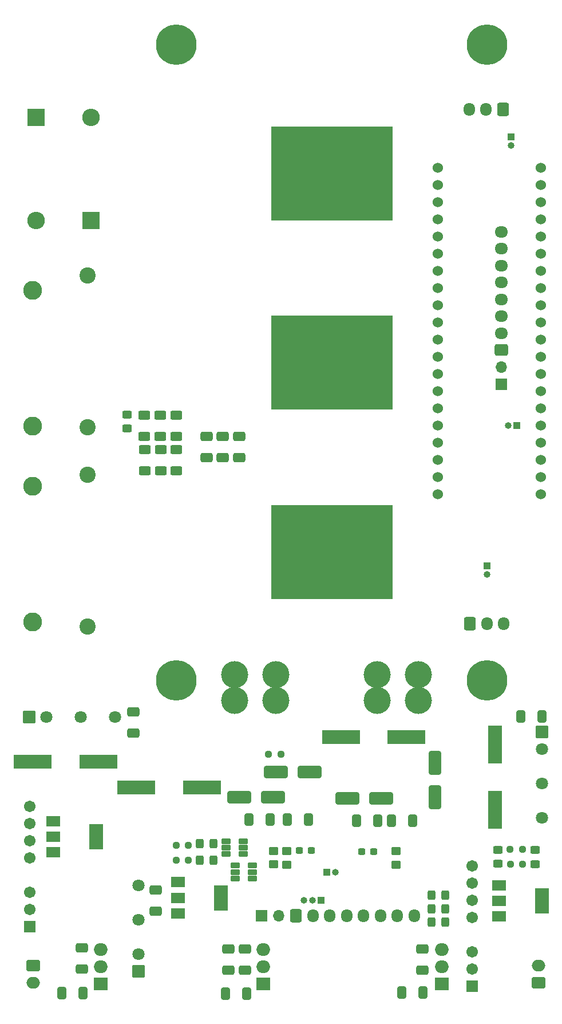
<source format=gbr>
%TF.GenerationSoftware,KiCad,Pcbnew,7.0.9*%
%TF.CreationDate,2024-10-22T00:58:25+05:30*%
%TF.ProjectId,Inverter,496e7665-7274-4657-922e-6b696361645f,rev?*%
%TF.SameCoordinates,Original*%
%TF.FileFunction,Soldermask,Bot*%
%TF.FilePolarity,Negative*%
%FSLAX46Y46*%
G04 Gerber Fmt 4.6, Leading zero omitted, Abs format (unit mm)*
G04 Created by KiCad (PCBNEW 7.0.9) date 2024-10-22 00:58:25*
%MOMM*%
%LPD*%
G01*
G04 APERTURE LIST*
G04 Aperture macros list*
%AMRoundRect*
0 Rectangle with rounded corners*
0 $1 Rounding radius*
0 $2 $3 $4 $5 $6 $7 $8 $9 X,Y pos of 4 corners*
0 Add a 4 corners polygon primitive as box body*
4,1,4,$2,$3,$4,$5,$6,$7,$8,$9,$2,$3,0*
0 Add four circle primitives for the rounded corners*
1,1,$1+$1,$2,$3*
1,1,$1+$1,$4,$5*
1,1,$1+$1,$6,$7*
1,1,$1+$1,$8,$9*
0 Add four rect primitives between the rounded corners*
20,1,$1+$1,$2,$3,$4,$5,0*
20,1,$1+$1,$4,$5,$6,$7,0*
20,1,$1+$1,$6,$7,$8,$9,0*
20,1,$1+$1,$8,$9,$2,$3,0*%
G04 Aperture macros list end*
%ADD10R,2.600000X2.600000*%
%ADD11O,2.600000X2.600000*%
%ADD12R,2.000000X1.905000*%
%ADD13O,2.000000X1.905000*%
%ADD14RoundRect,0.102000X0.754000X-0.754000X0.754000X0.754000X-0.754000X0.754000X-0.754000X-0.754000X0*%
%ADD15C,1.712000*%
%ADD16RoundRect,0.250000X-0.600000X-0.725000X0.600000X-0.725000X0.600000X0.725000X-0.600000X0.725000X0*%
%ADD17O,1.700000X1.950000*%
%ADD18C,2.400000*%
%ADD19C,2.800000*%
%ADD20C,1.804000*%
%ADD21RoundRect,0.102000X-0.800000X-0.800000X0.800000X-0.800000X0.800000X0.800000X-0.800000X0.800000X0*%
%ADD22R,1.000000X1.000000*%
%ADD23O,1.000000X1.000000*%
%ADD24RoundRect,0.250000X0.750000X-0.600000X0.750000X0.600000X-0.750000X0.600000X-0.750000X-0.600000X0*%
%ADD25O,2.000000X1.700000*%
%ADD26R,1.700000X1.700000*%
%ADD27O,1.700000X1.700000*%
%ADD28RoundRect,0.102000X0.800000X-0.800000X0.800000X0.800000X-0.800000X0.800000X-0.800000X-0.800000X0*%
%ADD29RoundRect,0.102000X-0.800000X0.800000X-0.800000X-0.800000X0.800000X-0.800000X0.800000X0.800000X0*%
%ADD30RoundRect,0.250000X0.600000X0.725000X-0.600000X0.725000X-0.600000X-0.725000X0.600000X-0.725000X0*%
%ADD31RoundRect,0.250000X-0.750000X0.600000X-0.750000X-0.600000X0.750000X-0.600000X0.750000X0.600000X0*%
%ADD32C,1.524000*%
%ADD33RoundRect,0.250000X-0.650000X0.412500X-0.650000X-0.412500X0.650000X-0.412500X0.650000X0.412500X0*%
%ADD34RoundRect,0.237500X0.250000X0.237500X-0.250000X0.237500X-0.250000X-0.237500X0.250000X-0.237500X0*%
%ADD35RoundRect,0.250000X0.650000X-0.412500X0.650000X0.412500X-0.650000X0.412500X-0.650000X-0.412500X0*%
%ADD36RoundRect,0.250000X0.725000X-0.600000X0.725000X0.600000X-0.725000X0.600000X-0.725000X-0.600000X0*%
%ADD37O,1.950000X1.700000*%
%ADD38RoundRect,0.250000X0.625000X-0.400000X0.625000X0.400000X-0.625000X0.400000X-0.625000X-0.400000X0*%
%ADD39R,5.700000X2.000000*%
%ADD40RoundRect,0.250000X-0.450000X0.350000X-0.450000X-0.350000X0.450000X-0.350000X0.450000X0.350000X0*%
%ADD41RoundRect,0.250000X0.412500X0.650000X-0.412500X0.650000X-0.412500X-0.650000X0.412500X-0.650000X0*%
%ADD42RoundRect,0.250000X-0.450000X0.325000X-0.450000X-0.325000X0.450000X-0.325000X0.450000X0.325000X0*%
%ADD43RoundRect,0.250000X-0.412500X-0.650000X0.412500X-0.650000X0.412500X0.650000X-0.412500X0.650000X0*%
%ADD44RoundRect,0.237500X-0.250000X-0.237500X0.250000X-0.237500X0.250000X0.237500X-0.250000X0.237500X0*%
%ADD45RoundRect,0.190500X-0.516500X-0.206500X0.516500X-0.206500X0.516500X0.206500X-0.516500X0.206500X0*%
%ADD46RoundRect,0.250000X-0.325000X-0.450000X0.325000X-0.450000X0.325000X0.450000X-0.325000X0.450000X0*%
%ADD47RoundRect,0.237500X-0.300000X-0.237500X0.300000X-0.237500X0.300000X0.237500X-0.300000X0.237500X0*%
%ADD48RoundRect,0.250000X1.500000X0.650000X-1.500000X0.650000X-1.500000X-0.650000X1.500000X-0.650000X0*%
%ADD49C,6.000000*%
%ADD50R,18.000000X14.000000*%
%ADD51C,4.000000*%
%ADD52RoundRect,0.250000X-0.650000X1.500000X-0.650000X-1.500000X0.650000X-1.500000X0.650000X1.500000X0*%
%ADD53R,2.000000X1.500000*%
%ADD54R,2.000000X3.800000*%
%ADD55RoundRect,0.250000X0.450000X-0.325000X0.450000X0.325000X-0.450000X0.325000X-0.450000X-0.325000X0*%
%ADD56RoundRect,0.250000X0.325000X0.450000X-0.325000X0.450000X-0.325000X-0.450000X0.325000X-0.450000X0*%
%ADD57R,2.000000X5.700000*%
G04 APERTURE END LIST*
D10*
%TO.C,D8*%
X25400000Y-48260000D03*
D11*
X25400000Y-33020000D03*
%TD*%
D12*
%TO.C,U3*%
X50895000Y-161090000D03*
D13*
X50895000Y-158550000D03*
X50895000Y-156010000D03*
%TD*%
D14*
%TO.C,PS1*%
X16365000Y-152595500D03*
D15*
X16365000Y-150055500D03*
X16365000Y-147515500D03*
X16365000Y-142435500D03*
X16365000Y-139895500D03*
X16365000Y-137355500D03*
X16365000Y-134815500D03*
%TD*%
D16*
%TO.C,J2*%
X55706000Y-150977600D03*
D17*
X58206000Y-150977600D03*
X60706000Y-150977600D03*
X63206000Y-150977600D03*
X65706000Y-150977600D03*
X68206000Y-150977600D03*
X70706000Y-150977600D03*
X73206000Y-150977600D03*
%TD*%
D18*
%TO.C,C25*%
X24892000Y-56314000D03*
X24892000Y-78814000D03*
%TD*%
D19*
%TO.C,R5*%
X16764000Y-58580000D03*
X16764000Y-78580000D03*
%TD*%
D20*
%TO.C,IC3*%
X18796000Y-121666000D03*
X23876000Y-121666000D03*
D21*
X16256000Y-121666000D03*
D20*
X28956000Y-121666000D03*
%TD*%
D22*
%TO.C,J9*%
X60250000Y-144600000D03*
D23*
X61520000Y-144600000D03*
%TD*%
D24*
%TO.C,J3*%
X91622200Y-160914400D03*
D25*
X91622200Y-158414400D03*
%TD*%
D12*
%TO.C,U2*%
X77266800Y-161074500D03*
D13*
X77266800Y-158534500D03*
X77266800Y-155994500D03*
%TD*%
D26*
%TO.C,J13*%
X86100000Y-72480000D03*
D27*
X86100000Y-69940000D03*
%TD*%
D22*
%TO.C,J8*%
X88420000Y-78550000D03*
D23*
X87150000Y-78550000D03*
%TD*%
D19*
%TO.C,R6*%
X16764000Y-87536000D03*
X16764000Y-107536000D03*
%TD*%
D20*
%TO.C,IC2*%
X32411800Y-156688200D03*
X32411800Y-151608200D03*
D28*
X32411800Y-159228200D03*
D20*
X32411800Y-146528200D03*
%TD*%
D12*
%TO.C,U1*%
X26873200Y-161112200D03*
D13*
X26873200Y-158572200D03*
X26873200Y-156032200D03*
%TD*%
D16*
%TO.C,J6*%
X81450000Y-107800000D03*
D17*
X83950000Y-107800000D03*
X86450000Y-107800000D03*
%TD*%
D20*
%TO.C,IC4*%
X92075000Y-126390000D03*
X92075000Y-131470000D03*
D29*
X92075000Y-123850000D03*
D20*
X92075000Y-136550000D03*
%TD*%
D18*
%TO.C,C24*%
X24892000Y-108278000D03*
X24892000Y-85778000D03*
%TD*%
D22*
%TO.C,J11*%
X87500000Y-35850000D03*
D23*
X87500000Y-37120000D03*
%TD*%
D14*
%TO.C,PS2*%
X81744600Y-161440000D03*
D15*
X81744600Y-158900000D03*
X81744600Y-156360000D03*
X81744600Y-151280000D03*
X81744600Y-148740000D03*
X81744600Y-146200000D03*
X81744600Y-143660000D03*
%TD*%
D30*
%TO.C,J7*%
X86350000Y-31800000D03*
D17*
X83850000Y-31800000D03*
X81350000Y-31800000D03*
%TD*%
D31*
%TO.C,J1*%
X16835800Y-158414400D03*
D25*
X16835800Y-160914400D03*
%TD*%
D32*
%TO.C,U9*%
X76680000Y-88730000D03*
X91920000Y-45550000D03*
X76680000Y-83650000D03*
X76680000Y-86190000D03*
X91920000Y-40470000D03*
X91920000Y-43010000D03*
X91920000Y-48090000D03*
X91920000Y-78570000D03*
X91920000Y-76030000D03*
X91920000Y-73490000D03*
X91920000Y-70950000D03*
X91920000Y-68410000D03*
X91920000Y-65870000D03*
X91920000Y-63330000D03*
X91920000Y-60790000D03*
X76680000Y-50630000D03*
X76680000Y-53170000D03*
X76680000Y-55710000D03*
X76680000Y-58250000D03*
X76680000Y-60790000D03*
X76680000Y-63330000D03*
X91920000Y-58250000D03*
X91920000Y-55710000D03*
X76680000Y-65870000D03*
X76680000Y-68410000D03*
X76680000Y-70950000D03*
X76680000Y-73490000D03*
X76680000Y-76030000D03*
X76680000Y-78570000D03*
X76680000Y-81110000D03*
X91920000Y-53170000D03*
X91920000Y-50630000D03*
X76680000Y-40470000D03*
X76680000Y-43010000D03*
X76680000Y-45550000D03*
X76680000Y-48090000D03*
X91920000Y-86190000D03*
X91920000Y-83650000D03*
X91920000Y-81110000D03*
X91920000Y-88730000D03*
%TD*%
D22*
%TO.C,J10*%
X83950000Y-99250000D03*
D23*
X83950000Y-100520000D03*
%TD*%
D10*
%TO.C,D7*%
X17272000Y-33020000D03*
D11*
X17272000Y-48260000D03*
%TD*%
D33*
%TO.C,C11*%
X45720000Y-155917500D03*
X45720000Y-159042500D03*
%TD*%
D34*
%TO.C,R22*%
X39825300Y-142773400D03*
X38000300Y-142773400D03*
%TD*%
D35*
%TO.C,C27*%
X44881800Y-83274300D03*
X44881800Y-80149300D03*
%TD*%
D36*
%TO.C,J5*%
X86100000Y-67400000D03*
D37*
X86100000Y-64900000D03*
X86100000Y-62400000D03*
X86100000Y-59900000D03*
X86100000Y-57400000D03*
X86100000Y-54900000D03*
X86100000Y-52400000D03*
X86100000Y-49900000D03*
%TD*%
D38*
%TO.C,R13*%
X33375600Y-85217600D03*
X33375600Y-82117600D03*
%TD*%
D39*
%TO.C,C32*%
X72085200Y-124587000D03*
X62385200Y-124587000D03*
%TD*%
D38*
%TO.C,R16*%
X38023800Y-85217600D03*
X38023800Y-82117600D03*
%TD*%
D40*
%TO.C,R10*%
X70485000Y-141468600D03*
X70485000Y-143468600D03*
%TD*%
D41*
%TO.C,C22*%
X67831100Y-136956800D03*
X64706100Y-136956800D03*
%TD*%
%TO.C,C2*%
X48400100Y-162509200D03*
X45275100Y-162509200D03*
%TD*%
D40*
%TO.C,R9*%
X52400200Y-141417800D03*
X52400200Y-143417800D03*
%TD*%
D34*
%TO.C,R25*%
X89253700Y-143417400D03*
X87428700Y-143417400D03*
%TD*%
D33*
%TO.C,C14*%
X34975800Y-147205300D03*
X34975800Y-150330300D03*
%TD*%
D42*
%TO.C,D17*%
X91084400Y-141300200D03*
X91084400Y-143350200D03*
%TD*%
D39*
%TO.C,C30*%
X26464000Y-128219200D03*
X16764000Y-128219200D03*
%TD*%
D35*
%TO.C,C26*%
X47320200Y-83299700D03*
X47320200Y-80174700D03*
%TD*%
D38*
%TO.C,R17*%
X33274000Y-80112200D03*
X33274000Y-77012200D03*
%TD*%
D43*
%TO.C,C19*%
X54444500Y-136779000D03*
X57569500Y-136779000D03*
%TD*%
D44*
%TO.C,R26*%
X87377900Y-141156800D03*
X89202900Y-141156800D03*
%TD*%
D45*
%TO.C,Q2*%
X46745000Y-145500000D03*
X46745000Y-144550000D03*
X46745000Y-143600000D03*
X49255000Y-143600000D03*
X49255000Y-144550000D03*
X49255000Y-145500000D03*
%TD*%
D46*
%TO.C,D9*%
X75784600Y-151968200D03*
X77834600Y-151968200D03*
%TD*%
D47*
%TO.C,C34*%
X65482300Y-141528800D03*
X67207300Y-141528800D03*
%TD*%
D44*
%TO.C,R2*%
X51665500Y-127127000D03*
X53490500Y-127127000D03*
%TD*%
D48*
%TO.C,D1*%
X57745000Y-129794000D03*
X52745000Y-129794000D03*
%TD*%
D49*
%TO.C,U7*%
X84010800Y-116249800D03*
X84010800Y-22249800D03*
X38010800Y-116249800D03*
X38010800Y-22249800D03*
D50*
X61010800Y-41249800D03*
X61010800Y-69249800D03*
X61010800Y-97249800D03*
D51*
X73837800Y-119212800D03*
X73837800Y-115402800D03*
X67741800Y-119212800D03*
X67741800Y-115402800D03*
X46659800Y-119212800D03*
X46659800Y-115402800D03*
X52755800Y-119212800D03*
X52755800Y-115402800D03*
%TD*%
D22*
%TO.C,J4*%
X59461400Y-148742400D03*
D23*
X58191400Y-148742400D03*
X56921400Y-148742400D03*
%TD*%
D52*
%TO.C,D4*%
X76250800Y-128447800D03*
X76250800Y-133447800D03*
%TD*%
D38*
%TO.C,R15*%
X35646800Y-80112200D03*
X35646800Y-77012200D03*
%TD*%
D53*
%TO.C,U6*%
X85800800Y-151093200D03*
X85800800Y-148793200D03*
D54*
X92100800Y-148793200D03*
D53*
X85800800Y-146493200D03*
%TD*%
D47*
%TO.C,C35*%
X56236700Y-141351000D03*
X57961700Y-141351000D03*
%TD*%
D41*
%TO.C,C7*%
X74460500Y-162395300D03*
X71335500Y-162395300D03*
%TD*%
%TO.C,C21*%
X73012700Y-136956800D03*
X69887700Y-136956800D03*
%TD*%
D53*
%TO.C,U5*%
X19837000Y-141619000D03*
X19837000Y-139319000D03*
D54*
X26137000Y-139319000D03*
D53*
X19837000Y-137019000D03*
%TD*%
D55*
%TO.C,D16*%
X85572600Y-143324800D03*
X85572600Y-141274800D03*
%TD*%
D38*
%TO.C,R7*%
X35712400Y-85217600D03*
X35712400Y-82117600D03*
%TD*%
D26*
%TO.C,J12*%
X50620000Y-150977600D03*
D27*
X53160000Y-150977600D03*
%TD*%
D33*
%TO.C,C5*%
X24003000Y-155790500D03*
X24003000Y-158915500D03*
%TD*%
D53*
%TO.C,U8*%
X38300000Y-150650000D03*
X38300000Y-148350000D03*
D54*
X44600000Y-148350000D03*
D53*
X38300000Y-146050000D03*
%TD*%
D33*
%TO.C,C6*%
X74396600Y-155956000D03*
X74396600Y-159081000D03*
%TD*%
D40*
%TO.C,R8*%
X54381400Y-141443200D03*
X54381400Y-143443200D03*
%TD*%
D56*
%TO.C,D12*%
X43519200Y-140335000D03*
X41469200Y-140335000D03*
%TD*%
%TO.C,D13*%
X43519200Y-142773400D03*
X41469200Y-142773400D03*
%TD*%
D33*
%TO.C,C16*%
X31623000Y-120865500D03*
X31623000Y-123990500D03*
%TD*%
D55*
%TO.C,D18*%
X30759400Y-78977600D03*
X30759400Y-76927600D03*
%TD*%
D39*
%TO.C,C31*%
X41807000Y-132080000D03*
X32107000Y-132080000D03*
%TD*%
D45*
%TO.C,Q1*%
X45391500Y-141900000D03*
X45391500Y-140950000D03*
X45391500Y-140000000D03*
X47901500Y-140000000D03*
X47901500Y-140950000D03*
X47901500Y-141900000D03*
%TD*%
D38*
%TO.C,R14*%
X37998400Y-80112200D03*
X37998400Y-77012200D03*
%TD*%
D46*
%TO.C,D11*%
X75784600Y-148005800D03*
X77834600Y-148005800D03*
%TD*%
D43*
%TO.C,C17*%
X89013900Y-121550000D03*
X92138900Y-121550000D03*
%TD*%
D57*
%TO.C,C33*%
X85140800Y-125682000D03*
X85140800Y-135382000D03*
%TD*%
D35*
%TO.C,C28*%
X42494200Y-83274300D03*
X42494200Y-80149300D03*
%TD*%
D41*
%TO.C,C18*%
X51854500Y-136779000D03*
X48729500Y-136779000D03*
%TD*%
%TO.C,C1*%
X24219300Y-162407600D03*
X21094300Y-162407600D03*
%TD*%
D48*
%TO.C,D5*%
X68311400Y-133654800D03*
X63311400Y-133654800D03*
%TD*%
D33*
%TO.C,C8*%
X48158400Y-155917500D03*
X48158400Y-159042500D03*
%TD*%
D46*
%TO.C,D10*%
X75784600Y-149987000D03*
X77834600Y-149987000D03*
%TD*%
D34*
%TO.C,R21*%
X39799900Y-140589000D03*
X37974900Y-140589000D03*
%TD*%
D48*
%TO.C,D2*%
X52284000Y-133477000D03*
X47284000Y-133477000D03*
%TD*%
M02*

</source>
